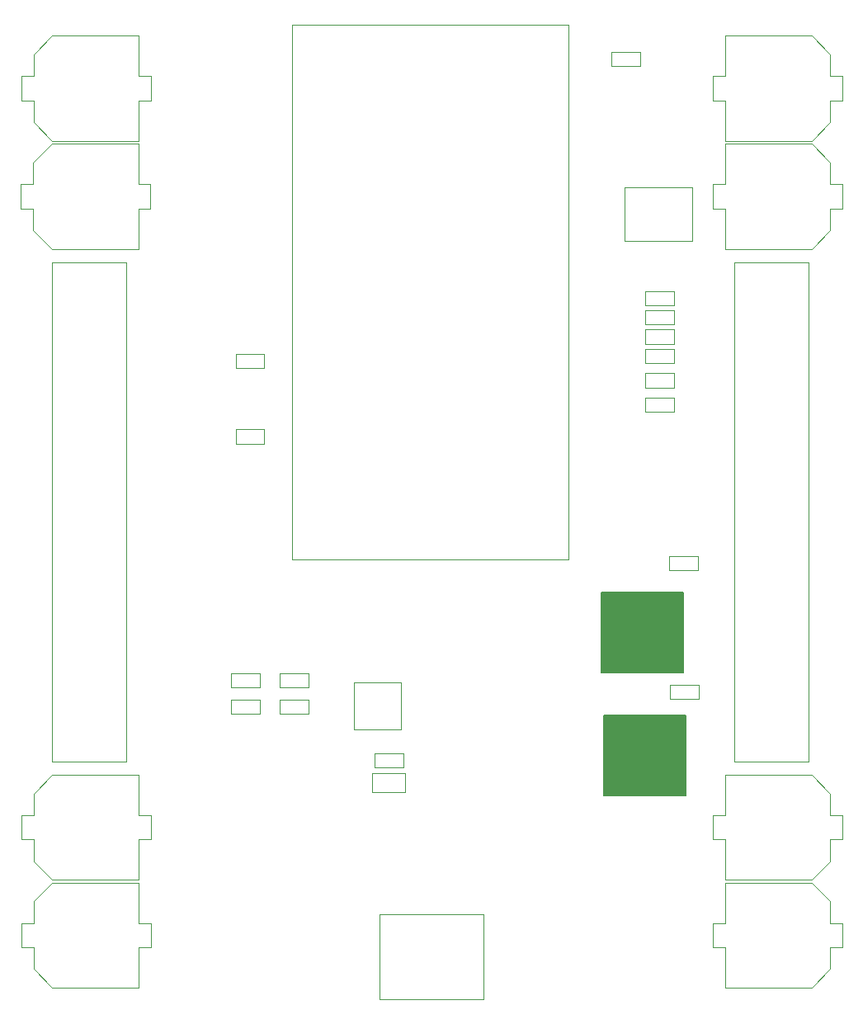
<source format=gbr>
%TF.GenerationSoftware,KiCad,Pcbnew,(5.1.9)-1*%
%TF.CreationDate,2021-12-22T11:31:27-05:00*%
%TF.ProjectId,ESP backpack,45535020-6261-4636-9b70-61636b2e6b69,rev?*%
%TF.SameCoordinates,Original*%
%TF.FileFunction,Other,User*%
%FSLAX46Y46*%
G04 Gerber Fmt 4.6, Leading zero omitted, Abs format (unit mm)*
G04 Created by KiCad (PCBNEW (5.1.9)-1) date 2021-12-22 11:31:27*
%MOMM*%
%LPD*%
G01*
G04 APERTURE LIST*
%ADD10C,0.050000*%
%ADD11C,0.127000*%
G04 APERTURE END LIST*
D10*
%TO.C,C10*%
X92298800Y-92171200D02*
X92298800Y-94671200D01*
X91048800Y-92171200D02*
X92298800Y-92171200D01*
X91048800Y-89946200D02*
X91048800Y-92171200D01*
X89123800Y-88021200D02*
X91048800Y-89946200D01*
X80248800Y-88021200D02*
X89123800Y-88021200D01*
X80248800Y-92171200D02*
X80248800Y-88021200D01*
X78998800Y-92171200D02*
X80248800Y-92171200D01*
X78998800Y-94671200D02*
X78998800Y-92171200D01*
X80248800Y-94671200D02*
X78998800Y-94671200D01*
X80248800Y-98821200D02*
X80248800Y-94671200D01*
X89123800Y-98821200D02*
X80248800Y-98821200D01*
X91048800Y-96896200D02*
X89123800Y-98821200D01*
X91048800Y-94671200D02*
X91048800Y-96896200D01*
X92298800Y-94671200D02*
X91048800Y-94671200D01*
%TO.C,C9*%
X92298800Y-83596800D02*
X91048800Y-83596800D01*
X91048800Y-83596800D02*
X91048800Y-85821800D01*
X91048800Y-85821800D02*
X89123800Y-87746800D01*
X89123800Y-87746800D02*
X80248800Y-87746800D01*
X80248800Y-87746800D02*
X80248800Y-83596800D01*
X80248800Y-83596800D02*
X78998800Y-83596800D01*
X78998800Y-83596800D02*
X78998800Y-81096800D01*
X78998800Y-81096800D02*
X80248800Y-81096800D01*
X80248800Y-81096800D02*
X80248800Y-76946800D01*
X80248800Y-76946800D02*
X89123800Y-76946800D01*
X89123800Y-76946800D02*
X91048800Y-78871800D01*
X91048800Y-78871800D02*
X91048800Y-81096800D01*
X91048800Y-81096800D02*
X92298800Y-81096800D01*
X92298800Y-81096800D02*
X92298800Y-83596800D01*
%TO.C,C8*%
X8031200Y-94671200D02*
X8031200Y-92171200D01*
X9281200Y-94671200D02*
X8031200Y-94671200D01*
X9281200Y-96896200D02*
X9281200Y-94671200D01*
X11206200Y-98821200D02*
X9281200Y-96896200D01*
X20081200Y-98821200D02*
X11206200Y-98821200D01*
X20081200Y-94671200D02*
X20081200Y-98821200D01*
X21331200Y-94671200D02*
X20081200Y-94671200D01*
X21331200Y-92171200D02*
X21331200Y-94671200D01*
X20081200Y-92171200D02*
X21331200Y-92171200D01*
X20081200Y-88021200D02*
X20081200Y-92171200D01*
X11206200Y-88021200D02*
X20081200Y-88021200D01*
X9281200Y-89946200D02*
X11206200Y-88021200D01*
X9281200Y-92171200D02*
X9281200Y-89946200D01*
X8031200Y-92171200D02*
X9281200Y-92171200D01*
%TO.C,C7*%
X8031200Y-83596800D02*
X8031200Y-81096800D01*
X9281200Y-83596800D02*
X8031200Y-83596800D01*
X9281200Y-85821800D02*
X9281200Y-83596800D01*
X11206200Y-87746800D02*
X9281200Y-85821800D01*
X20081200Y-87746800D02*
X11206200Y-87746800D01*
X20081200Y-83596800D02*
X20081200Y-87746800D01*
X21331200Y-83596800D02*
X20081200Y-83596800D01*
X21331200Y-81096800D02*
X21331200Y-83596800D01*
X20081200Y-81096800D02*
X21331200Y-81096800D01*
X20081200Y-76946800D02*
X20081200Y-81096800D01*
X11206200Y-76946800D02*
X20081200Y-76946800D01*
X9281200Y-78871800D02*
X11206200Y-76946800D01*
X9281200Y-81096800D02*
X9281200Y-78871800D01*
X8031200Y-81096800D02*
X9281200Y-81096800D01*
%TO.C,C6*%
X7980400Y-18877600D02*
X7980400Y-16377600D01*
X9230400Y-18877600D02*
X7980400Y-18877600D01*
X9230400Y-21102600D02*
X9230400Y-18877600D01*
X11155400Y-23027600D02*
X9230400Y-21102600D01*
X20030400Y-23027600D02*
X11155400Y-23027600D01*
X20030400Y-18877600D02*
X20030400Y-23027600D01*
X21280400Y-18877600D02*
X20030400Y-18877600D01*
X21280400Y-16377600D02*
X21280400Y-18877600D01*
X20030400Y-16377600D02*
X21280400Y-16377600D01*
X20030400Y-12227600D02*
X20030400Y-16377600D01*
X11155400Y-12227600D02*
X20030400Y-12227600D01*
X9230400Y-14152600D02*
X11155400Y-12227600D01*
X9230400Y-16377600D02*
X9230400Y-14152600D01*
X7980400Y-16377600D02*
X9230400Y-16377600D01*
%TO.C,C5*%
X8031200Y-7752400D02*
X8031200Y-5252400D01*
X9281200Y-7752400D02*
X8031200Y-7752400D01*
X9281200Y-9977400D02*
X9281200Y-7752400D01*
X11206200Y-11902400D02*
X9281200Y-9977400D01*
X20081200Y-11902400D02*
X11206200Y-11902400D01*
X20081200Y-7752400D02*
X20081200Y-11902400D01*
X21331200Y-7752400D02*
X20081200Y-7752400D01*
X21331200Y-5252400D02*
X21331200Y-7752400D01*
X20081200Y-5252400D02*
X21331200Y-5252400D01*
X20081200Y-1102400D02*
X20081200Y-5252400D01*
X11206200Y-1102400D02*
X20081200Y-1102400D01*
X9281200Y-3027400D02*
X11206200Y-1102400D01*
X9281200Y-5252400D02*
X9281200Y-3027400D01*
X8031200Y-5252400D02*
X9281200Y-5252400D01*
%TO.C,C4*%
X92298800Y-16377600D02*
X92298800Y-18877600D01*
X91048800Y-16377600D02*
X92298800Y-16377600D01*
X91048800Y-14152600D02*
X91048800Y-16377600D01*
X89123800Y-12227600D02*
X91048800Y-14152600D01*
X80248800Y-12227600D02*
X89123800Y-12227600D01*
X80248800Y-16377600D02*
X80248800Y-12227600D01*
X78998800Y-16377600D02*
X80248800Y-16377600D01*
X78998800Y-18877600D02*
X78998800Y-16377600D01*
X80248800Y-18877600D02*
X78998800Y-18877600D01*
X80248800Y-23027600D02*
X80248800Y-18877600D01*
X89123800Y-23027600D02*
X80248800Y-23027600D01*
X91048800Y-21102600D02*
X89123800Y-23027600D01*
X91048800Y-18877600D02*
X91048800Y-21102600D01*
X92298800Y-18877600D02*
X91048800Y-18877600D01*
%TO.C,C3*%
X92298800Y-5252400D02*
X92298800Y-7752400D01*
X91048800Y-5252400D02*
X92298800Y-5252400D01*
X91048800Y-3027400D02*
X91048800Y-5252400D01*
X89123800Y-1102400D02*
X91048800Y-3027400D01*
X80248800Y-1102400D02*
X89123800Y-1102400D01*
X80248800Y-5252400D02*
X80248800Y-1102400D01*
X78998800Y-5252400D02*
X80248800Y-5252400D01*
X78998800Y-7752400D02*
X78998800Y-5252400D01*
X80248800Y-7752400D02*
X78998800Y-7752400D01*
X80248800Y-11902400D02*
X80248800Y-7752400D01*
X89123800Y-11902400D02*
X80248800Y-11902400D01*
X91048800Y-9977400D02*
X89123800Y-11902400D01*
X91048800Y-7752400D02*
X91048800Y-9977400D01*
X92298800Y-7752400D02*
X91048800Y-7752400D01*
%TO.C,5VDC_IN1*%
X44809600Y-91306400D02*
X55469600Y-91306400D01*
X55469600Y-91306400D02*
X55469600Y-100006400D01*
X55469600Y-100006400D02*
X44809600Y-100006400D01*
X44809600Y-100006400D02*
X44809600Y-91306400D01*
%TO.C,U1*%
X64200000Y0D02*
X64200000Y-54900000D01*
X35800000Y0D02*
X64200000Y0D01*
X35800000Y-54900000D02*
X35800000Y0D01*
X64200000Y-54900000D02*
X35800000Y-54900000D01*
D11*
%TO.C,S1*%
G36*
X75980400Y-58282400D02*
G01*
X75980400Y-66482400D01*
X67530400Y-66482400D01*
X67530400Y-58282400D01*
X75980400Y-58282400D01*
G37*
X75980400Y-58282400D02*
X75980400Y-66482400D01*
X67530400Y-66482400D01*
X67530400Y-58282400D01*
X75980400Y-58282400D01*
D10*
%TO.C,D1*%
X69956000Y-16681000D02*
X76856000Y-16681000D01*
X76856000Y-16681000D02*
X76856000Y-22181000D01*
X76856000Y-22181000D02*
X69956000Y-22181000D01*
X69956000Y-22181000D02*
X69956000Y-16681000D01*
%TO.C,J1*%
X18810000Y-24350000D02*
X18810000Y-75650000D01*
X11190000Y-24350000D02*
X18810000Y-24350000D01*
X11190000Y-75650000D02*
X11190000Y-24350000D01*
X18810000Y-75650000D02*
X11190000Y-75650000D01*
%TO.C,J2*%
X88810000Y-24350000D02*
X88810000Y-75650000D01*
X81190000Y-24350000D02*
X88810000Y-24350000D01*
X81190000Y-75650000D02*
X81190000Y-24350000D01*
X88810000Y-75650000D02*
X81190000Y-75650000D01*
%TO.C,C1*%
X44270000Y-74770000D02*
X47230000Y-74770000D01*
X44270000Y-76230000D02*
X44270000Y-74770000D01*
X47230000Y-76230000D02*
X44270000Y-76230000D01*
X47230000Y-74770000D02*
X47230000Y-76230000D01*
%TO.C,C2*%
X44050000Y-76770000D02*
X47450000Y-76770000D01*
X44050000Y-78730000D02*
X44050000Y-76770000D01*
X47450000Y-78730000D02*
X44050000Y-78730000D01*
X47450000Y-76770000D02*
X47450000Y-78730000D01*
%TO.C,ExtPower1*%
X71580000Y-2770000D02*
X71580000Y-4230000D01*
X71580000Y-4230000D02*
X68620000Y-4230000D01*
X68620000Y-4230000D02*
X68620000Y-2770000D01*
X68620000Y-2770000D02*
X71580000Y-2770000D01*
%TO.C,R2*%
X30020000Y-41520000D02*
X32980000Y-41520000D01*
X30020000Y-42980000D02*
X30020000Y-41520000D01*
X32980000Y-42980000D02*
X30020000Y-42980000D01*
X32980000Y-41520000D02*
X32980000Y-42980000D01*
%TO.C,R7*%
X74980000Y-39730000D02*
X72020000Y-39730000D01*
X74980000Y-38270000D02*
X74980000Y-39730000D01*
X72020000Y-38270000D02*
X74980000Y-38270000D01*
X72020000Y-39730000D02*
X72020000Y-38270000D01*
%TO.C,R6*%
X72020000Y-37230000D02*
X72020000Y-35770000D01*
X72020000Y-35770000D02*
X74980000Y-35770000D01*
X74980000Y-35770000D02*
X74980000Y-37230000D01*
X74980000Y-37230000D02*
X72020000Y-37230000D01*
%TO.C,R1*%
X32980000Y-33770000D02*
X32980000Y-35230000D01*
X32980000Y-35230000D02*
X30020000Y-35230000D01*
X30020000Y-35230000D02*
X30020000Y-33770000D01*
X30020000Y-33770000D02*
X32980000Y-33770000D01*
%TO.C,R5*%
X72020000Y-34730000D02*
X72020000Y-33270000D01*
X72020000Y-33270000D02*
X74980000Y-33270000D01*
X74980000Y-33270000D02*
X74980000Y-34730000D01*
X74980000Y-34730000D02*
X72020000Y-34730000D01*
%TO.C,R4*%
X74980000Y-32730000D02*
X72020000Y-32730000D01*
X74980000Y-31270000D02*
X74980000Y-32730000D01*
X72020000Y-31270000D02*
X74980000Y-31270000D01*
X72020000Y-32730000D02*
X72020000Y-31270000D01*
%TO.C,R3*%
X74980000Y-30730000D02*
X72020000Y-30730000D01*
X74980000Y-29270000D02*
X74980000Y-30730000D01*
X72020000Y-29270000D02*
X74980000Y-29270000D01*
X72020000Y-30730000D02*
X72020000Y-29270000D01*
%TO.C,SCL1*%
X34520000Y-68030000D02*
X34520000Y-66570000D01*
X34520000Y-66570000D02*
X37480000Y-66570000D01*
X37480000Y-66570000D02*
X37480000Y-68030000D01*
X37480000Y-68030000D02*
X34520000Y-68030000D01*
%TO.C,SCL_EXT1*%
X29520000Y-68030000D02*
X29520000Y-66570000D01*
X29520000Y-66570000D02*
X32480000Y-66570000D01*
X32480000Y-66570000D02*
X32480000Y-68030000D01*
X32480000Y-68030000D02*
X29520000Y-68030000D01*
%TO.C,SDA1*%
X37480000Y-70730000D02*
X34520000Y-70730000D01*
X37480000Y-69270000D02*
X37480000Y-70730000D01*
X34520000Y-69270000D02*
X37480000Y-69270000D01*
X34520000Y-70730000D02*
X34520000Y-69270000D01*
%TO.C,SDA_EXT1*%
X32480000Y-70730000D02*
X29520000Y-70730000D01*
X32480000Y-69270000D02*
X32480000Y-70730000D01*
X29520000Y-69270000D02*
X32480000Y-69270000D01*
X29520000Y-70730000D02*
X29520000Y-69270000D01*
%TO.C,U2*%
X42175000Y-72325000D02*
X42175000Y-67475000D01*
X47025000Y-72325000D02*
X42175000Y-72325000D01*
X47025000Y-67475000D02*
X47025000Y-72325000D01*
X42175000Y-67475000D02*
X47025000Y-67475000D01*
%TO.C,R8*%
X77476800Y-55949600D02*
X74516800Y-55949600D01*
X77476800Y-54489600D02*
X77476800Y-55949600D01*
X74516800Y-54489600D02*
X77476800Y-54489600D01*
X74516800Y-55949600D02*
X74516800Y-54489600D01*
%TO.C,R9*%
X74618400Y-69208400D02*
X74618400Y-67748400D01*
X74618400Y-67748400D02*
X77578400Y-67748400D01*
X77578400Y-67748400D02*
X77578400Y-69208400D01*
X77578400Y-69208400D02*
X74618400Y-69208400D01*
%TO.C,R10*%
X75013000Y-28797000D02*
X72053000Y-28797000D01*
X75013000Y-27337000D02*
X75013000Y-28797000D01*
X72053000Y-27337000D02*
X75013000Y-27337000D01*
X72053000Y-28797000D02*
X72053000Y-27337000D01*
D11*
%TO.C,S2*%
G36*
X76234400Y-70855400D02*
G01*
X76234400Y-79055400D01*
X67784400Y-79055400D01*
X67784400Y-70855400D01*
X76234400Y-70855400D01*
G37*
X76234400Y-70855400D02*
X76234400Y-79055400D01*
X67784400Y-79055400D01*
X67784400Y-70855400D01*
X76234400Y-70855400D01*
%TD*%
M02*

</source>
